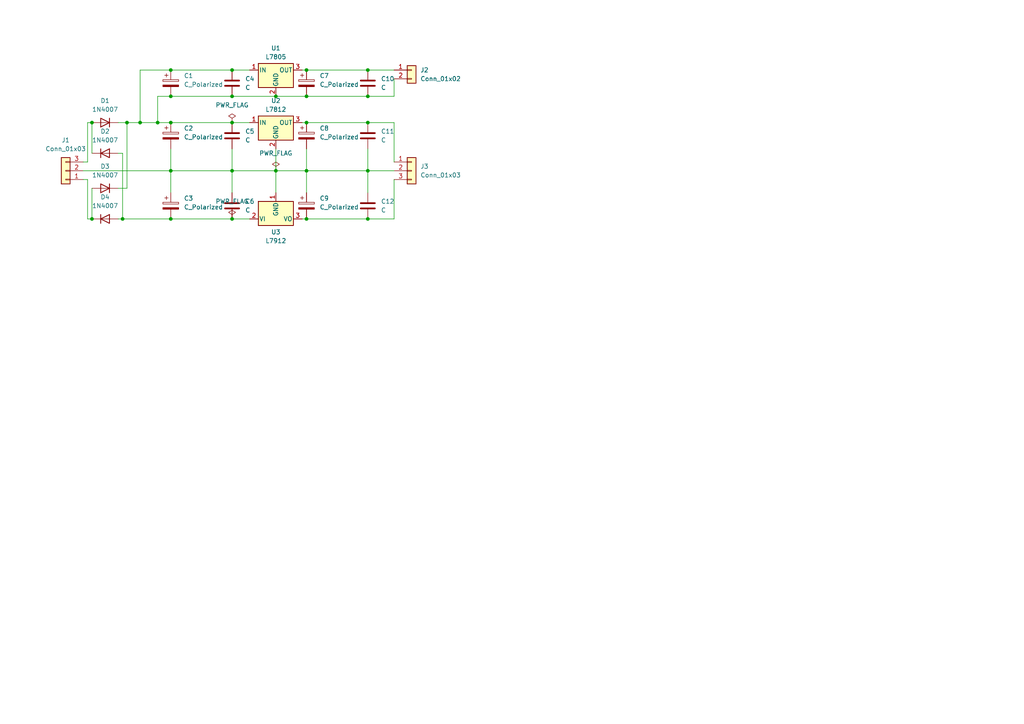
<source format=kicad_sch>
(kicad_sch
	(version 20250114)
	(generator "eeschema")
	(generator_version "9.0")
	(uuid "35efa1a4-bd84-40dc-9e86-7bbf08a2b02e")
	(paper "A4")
	(lib_symbols
		(symbol "Connector_Generic:Conn_01x02"
			(pin_names
				(offset 1.016)
				(hide yes)
			)
			(exclude_from_sim no)
			(in_bom yes)
			(on_board yes)
			(property "Reference" "J"
				(at 0 2.54 0)
				(effects
					(font
						(size 1.27 1.27)
					)
				)
			)
			(property "Value" "Conn_01x02"
				(at 0 -5.08 0)
				(effects
					(font
						(size 1.27 1.27)
					)
				)
			)
			(property "Footprint" ""
				(at 0 0 0)
				(effects
					(font
						(size 1.27 1.27)
					)
					(hide yes)
				)
			)
			(property "Datasheet" "~"
				(at 0 0 0)
				(effects
					(font
						(size 1.27 1.27)
					)
					(hide yes)
				)
			)
			(property "Description" "Generic connector, single row, 01x02, script generated (kicad-library-utils/schlib/autogen/connector/)"
				(at 0 0 0)
				(effects
					(font
						(size 1.27 1.27)
					)
					(hide yes)
				)
			)
			(property "ki_keywords" "connector"
				(at 0 0 0)
				(effects
					(font
						(size 1.27 1.27)
					)
					(hide yes)
				)
			)
			(property "ki_fp_filters" "Connector*:*_1x??_*"
				(at 0 0 0)
				(effects
					(font
						(size 1.27 1.27)
					)
					(hide yes)
				)
			)
			(symbol "Conn_01x02_1_1"
				(rectangle
					(start -1.27 1.27)
					(end 1.27 -3.81)
					(stroke
						(width 0.254)
						(type default)
					)
					(fill
						(type background)
					)
				)
				(rectangle
					(start -1.27 0.127)
					(end 0 -0.127)
					(stroke
						(width 0.1524)
						(type default)
					)
					(fill
						(type none)
					)
				)
				(rectangle
					(start -1.27 -2.413)
					(end 0 -2.667)
					(stroke
						(width 0.1524)
						(type default)
					)
					(fill
						(type none)
					)
				)
				(pin passive line
					(at -5.08 0 0)
					(length 3.81)
					(name "Pin_1"
						(effects
							(font
								(size 1.27 1.27)
							)
						)
					)
					(number "1"
						(effects
							(font
								(size 1.27 1.27)
							)
						)
					)
				)
				(pin passive line
					(at -5.08 -2.54 0)
					(length 3.81)
					(name "Pin_2"
						(effects
							(font
								(size 1.27 1.27)
							)
						)
					)
					(number "2"
						(effects
							(font
								(size 1.27 1.27)
							)
						)
					)
				)
			)
			(embedded_fonts no)
		)
		(symbol "Connector_Generic:Conn_01x03"
			(pin_names
				(offset 1.016)
				(hide yes)
			)
			(exclude_from_sim no)
			(in_bom yes)
			(on_board yes)
			(property "Reference" "J"
				(at 0 5.08 0)
				(effects
					(font
						(size 1.27 1.27)
					)
				)
			)
			(property "Value" "Conn_01x03"
				(at 0 -5.08 0)
				(effects
					(font
						(size 1.27 1.27)
					)
				)
			)
			(property "Footprint" ""
				(at 0 0 0)
				(effects
					(font
						(size 1.27 1.27)
					)
					(hide yes)
				)
			)
			(property "Datasheet" "~"
				(at 0 0 0)
				(effects
					(font
						(size 1.27 1.27)
					)
					(hide yes)
				)
			)
			(property "Description" "Generic connector, single row, 01x03, script generated (kicad-library-utils/schlib/autogen/connector/)"
				(at 0 0 0)
				(effects
					(font
						(size 1.27 1.27)
					)
					(hide yes)
				)
			)
			(property "ki_keywords" "connector"
				(at 0 0 0)
				(effects
					(font
						(size 1.27 1.27)
					)
					(hide yes)
				)
			)
			(property "ki_fp_filters" "Connector*:*_1x??_*"
				(at 0 0 0)
				(effects
					(font
						(size 1.27 1.27)
					)
					(hide yes)
				)
			)
			(symbol "Conn_01x03_1_1"
				(rectangle
					(start -1.27 3.81)
					(end 1.27 -3.81)
					(stroke
						(width 0.254)
						(type default)
					)
					(fill
						(type background)
					)
				)
				(rectangle
					(start -1.27 2.667)
					(end 0 2.413)
					(stroke
						(width 0.1524)
						(type default)
					)
					(fill
						(type none)
					)
				)
				(rectangle
					(start -1.27 0.127)
					(end 0 -0.127)
					(stroke
						(width 0.1524)
						(type default)
					)
					(fill
						(type none)
					)
				)
				(rectangle
					(start -1.27 -2.413)
					(end 0 -2.667)
					(stroke
						(width 0.1524)
						(type default)
					)
					(fill
						(type none)
					)
				)
				(pin passive line
					(at -5.08 2.54 0)
					(length 3.81)
					(name "Pin_1"
						(effects
							(font
								(size 1.27 1.27)
							)
						)
					)
					(number "1"
						(effects
							(font
								(size 1.27 1.27)
							)
						)
					)
				)
				(pin passive line
					(at -5.08 0 0)
					(length 3.81)
					(name "Pin_2"
						(effects
							(font
								(size 1.27 1.27)
							)
						)
					)
					(number "2"
						(effects
							(font
								(size 1.27 1.27)
							)
						)
					)
				)
				(pin passive line
					(at -5.08 -2.54 0)
					(length 3.81)
					(name "Pin_3"
						(effects
							(font
								(size 1.27 1.27)
							)
						)
					)
					(number "3"
						(effects
							(font
								(size 1.27 1.27)
							)
						)
					)
				)
			)
			(embedded_fonts no)
		)
		(symbol "Device:C"
			(pin_numbers
				(hide yes)
			)
			(pin_names
				(offset 0.254)
			)
			(exclude_from_sim no)
			(in_bom yes)
			(on_board yes)
			(property "Reference" "C"
				(at 0.635 2.54 0)
				(effects
					(font
						(size 1.27 1.27)
					)
					(justify left)
				)
			)
			(property "Value" "C"
				(at 0.635 -2.54 0)
				(effects
					(font
						(size 1.27 1.27)
					)
					(justify left)
				)
			)
			(property "Footprint" ""
				(at 0.9652 -3.81 0)
				(effects
					(font
						(size 1.27 1.27)
					)
					(hide yes)
				)
			)
			(property "Datasheet" "~"
				(at 0 0 0)
				(effects
					(font
						(size 1.27 1.27)
					)
					(hide yes)
				)
			)
			(property "Description" "Unpolarized capacitor"
				(at 0 0 0)
				(effects
					(font
						(size 1.27 1.27)
					)
					(hide yes)
				)
			)
			(property "ki_keywords" "cap capacitor"
				(at 0 0 0)
				(effects
					(font
						(size 1.27 1.27)
					)
					(hide yes)
				)
			)
			(property "ki_fp_filters" "C_*"
				(at 0 0 0)
				(effects
					(font
						(size 1.27 1.27)
					)
					(hide yes)
				)
			)
			(symbol "C_0_1"
				(polyline
					(pts
						(xy -2.032 0.762) (xy 2.032 0.762)
					)
					(stroke
						(width 0.508)
						(type default)
					)
					(fill
						(type none)
					)
				)
				(polyline
					(pts
						(xy -2.032 -0.762) (xy 2.032 -0.762)
					)
					(stroke
						(width 0.508)
						(type default)
					)
					(fill
						(type none)
					)
				)
			)
			(symbol "C_1_1"
				(pin passive line
					(at 0 3.81 270)
					(length 2.794)
					(name "~"
						(effects
							(font
								(size 1.27 1.27)
							)
						)
					)
					(number "1"
						(effects
							(font
								(size 1.27 1.27)
							)
						)
					)
				)
				(pin passive line
					(at 0 -3.81 90)
					(length 2.794)
					(name "~"
						(effects
							(font
								(size 1.27 1.27)
							)
						)
					)
					(number "2"
						(effects
							(font
								(size 1.27 1.27)
							)
						)
					)
				)
			)
			(embedded_fonts no)
		)
		(symbol "Device:C_Polarized"
			(pin_numbers
				(hide yes)
			)
			(pin_names
				(offset 0.254)
			)
			(exclude_from_sim no)
			(in_bom yes)
			(on_board yes)
			(property "Reference" "C"
				(at 0.635 2.54 0)
				(effects
					(font
						(size 1.27 1.27)
					)
					(justify left)
				)
			)
			(property "Value" "C_Polarized"
				(at 0.635 -2.54 0)
				(effects
					(font
						(size 1.27 1.27)
					)
					(justify left)
				)
			)
			(property "Footprint" ""
				(at 0.9652 -3.81 0)
				(effects
					(font
						(size 1.27 1.27)
					)
					(hide yes)
				)
			)
			(property "Datasheet" "~"
				(at 0 0 0)
				(effects
					(font
						(size 1.27 1.27)
					)
					(hide yes)
				)
			)
			(property "Description" "Polarized capacitor"
				(at 0 0 0)
				(effects
					(font
						(size 1.27 1.27)
					)
					(hide yes)
				)
			)
			(property "ki_keywords" "cap capacitor"
				(at 0 0 0)
				(effects
					(font
						(size 1.27 1.27)
					)
					(hide yes)
				)
			)
			(property "ki_fp_filters" "CP_*"
				(at 0 0 0)
				(effects
					(font
						(size 1.27 1.27)
					)
					(hide yes)
				)
			)
			(symbol "C_Polarized_0_1"
				(rectangle
					(start -2.286 0.508)
					(end 2.286 1.016)
					(stroke
						(width 0)
						(type default)
					)
					(fill
						(type none)
					)
				)
				(polyline
					(pts
						(xy -1.778 2.286) (xy -0.762 2.286)
					)
					(stroke
						(width 0)
						(type default)
					)
					(fill
						(type none)
					)
				)
				(polyline
					(pts
						(xy -1.27 2.794) (xy -1.27 1.778)
					)
					(stroke
						(width 0)
						(type default)
					)
					(fill
						(type none)
					)
				)
				(rectangle
					(start 2.286 -0.508)
					(end -2.286 -1.016)
					(stroke
						(width 0)
						(type default)
					)
					(fill
						(type outline)
					)
				)
			)
			(symbol "C_Polarized_1_1"
				(pin passive line
					(at 0 3.81 270)
					(length 2.794)
					(name "~"
						(effects
							(font
								(size 1.27 1.27)
							)
						)
					)
					(number "1"
						(effects
							(font
								(size 1.27 1.27)
							)
						)
					)
				)
				(pin passive line
					(at 0 -3.81 90)
					(length 2.794)
					(name "~"
						(effects
							(font
								(size 1.27 1.27)
							)
						)
					)
					(number "2"
						(effects
							(font
								(size 1.27 1.27)
							)
						)
					)
				)
			)
			(embedded_fonts no)
		)
		(symbol "Diode:1N4007"
			(pin_numbers
				(hide yes)
			)
			(pin_names
				(hide yes)
			)
			(exclude_from_sim no)
			(in_bom yes)
			(on_board yes)
			(property "Reference" "D"
				(at 0 2.54 0)
				(effects
					(font
						(size 1.27 1.27)
					)
				)
			)
			(property "Value" "1N4007"
				(at 0 -2.54 0)
				(effects
					(font
						(size 1.27 1.27)
					)
				)
			)
			(property "Footprint" "Diode_THT:D_DO-41_SOD81_P10.16mm_Horizontal"
				(at 0 -4.445 0)
				(effects
					(font
						(size 1.27 1.27)
					)
					(hide yes)
				)
			)
			(property "Datasheet" "http://www.vishay.com/docs/88503/1n4001.pdf"
				(at 0 0 0)
				(effects
					(font
						(size 1.27 1.27)
					)
					(hide yes)
				)
			)
			(property "Description" "1000V 1A General Purpose Rectifier Diode, DO-41"
				(at 0 0 0)
				(effects
					(font
						(size 1.27 1.27)
					)
					(hide yes)
				)
			)
			(property "Sim.Device" "D"
				(at 0 0 0)
				(effects
					(font
						(size 1.27 1.27)
					)
					(hide yes)
				)
			)
			(property "Sim.Pins" "1=K 2=A"
				(at 0 0 0)
				(effects
					(font
						(size 1.27 1.27)
					)
					(hide yes)
				)
			)
			(property "ki_keywords" "diode"
				(at 0 0 0)
				(effects
					(font
						(size 1.27 1.27)
					)
					(hide yes)
				)
			)
			(property "ki_fp_filters" "D*DO?41*"
				(at 0 0 0)
				(effects
					(font
						(size 1.27 1.27)
					)
					(hide yes)
				)
			)
			(symbol "1N4007_0_1"
				(polyline
					(pts
						(xy -1.27 1.27) (xy -1.27 -1.27)
					)
					(stroke
						(width 0.254)
						(type default)
					)
					(fill
						(type none)
					)
				)
				(polyline
					(pts
						(xy 1.27 1.27) (xy 1.27 -1.27) (xy -1.27 0) (xy 1.27 1.27)
					)
					(stroke
						(width 0.254)
						(type default)
					)
					(fill
						(type none)
					)
				)
				(polyline
					(pts
						(xy 1.27 0) (xy -1.27 0)
					)
					(stroke
						(width 0)
						(type default)
					)
					(fill
						(type none)
					)
				)
			)
			(symbol "1N4007_1_1"
				(pin passive line
					(at -3.81 0 0)
					(length 2.54)
					(name "K"
						(effects
							(font
								(size 1.27 1.27)
							)
						)
					)
					(number "1"
						(effects
							(font
								(size 1.27 1.27)
							)
						)
					)
				)
				(pin passive line
					(at 3.81 0 180)
					(length 2.54)
					(name "A"
						(effects
							(font
								(size 1.27 1.27)
							)
						)
					)
					(number "2"
						(effects
							(font
								(size 1.27 1.27)
							)
						)
					)
				)
			)
			(embedded_fonts no)
		)
		(symbol "Regulator_Linear:L7805"
			(pin_names
				(offset 0.254)
			)
			(exclude_from_sim no)
			(in_bom yes)
			(on_board yes)
			(property "Reference" "U"
				(at -3.81 3.175 0)
				(effects
					(font
						(size 1.27 1.27)
					)
				)
			)
			(property "Value" "L7805"
				(at 0 3.175 0)
				(effects
					(font
						(size 1.27 1.27)
					)
					(justify left)
				)
			)
			(property "Footprint" ""
				(at 0.635 -3.81 0)
				(effects
					(font
						(size 1.27 1.27)
						(italic yes)
					)
					(justify left)
					(hide yes)
				)
			)
			(property "Datasheet" "http://www.st.com/content/ccc/resource/technical/document/datasheet/41/4f/b3/b0/12/d4/47/88/CD00000444.pdf/files/CD00000444.pdf/jcr:content/translations/en.CD00000444.pdf"
				(at 0 -1.27 0)
				(effects
					(font
						(size 1.27 1.27)
					)
					(hide yes)
				)
			)
			(property "Description" "Positive 1.5A 35V Linear Regulator, Fixed Output 5V, TO-220/TO-263/TO-252"
				(at 0 0 0)
				(effects
					(font
						(size 1.27 1.27)
					)
					(hide yes)
				)
			)
			(property "ki_keywords" "Voltage Regulator 1.5A Positive"
				(at 0 0 0)
				(effects
					(font
						(size 1.27 1.27)
					)
					(hide yes)
				)
			)
			(property "ki_fp_filters" "TO?252* TO?263* TO?220*"
				(at 0 0 0)
				(effects
					(font
						(size 1.27 1.27)
					)
					(hide yes)
				)
			)
			(symbol "L7805_0_1"
				(rectangle
					(start -5.08 1.905)
					(end 5.08 -5.08)
					(stroke
						(width 0.254)
						(type default)
					)
					(fill
						(type background)
					)
				)
			)
			(symbol "L7805_1_1"
				(pin power_in line
					(at -7.62 0 0)
					(length 2.54)
					(name "IN"
						(effects
							(font
								(size 1.27 1.27)
							)
						)
					)
					(number "1"
						(effects
							(font
								(size 1.27 1.27)
							)
						)
					)
				)
				(pin power_in line
					(at 0 -7.62 90)
					(length 2.54)
					(name "GND"
						(effects
							(font
								(size 1.27 1.27)
							)
						)
					)
					(number "2"
						(effects
							(font
								(size 1.27 1.27)
							)
						)
					)
				)
				(pin power_out line
					(at 7.62 0 180)
					(length 2.54)
					(name "OUT"
						(effects
							(font
								(size 1.27 1.27)
							)
						)
					)
					(number "3"
						(effects
							(font
								(size 1.27 1.27)
							)
						)
					)
				)
			)
			(embedded_fonts no)
		)
		(symbol "Regulator_Linear:L7812"
			(pin_names
				(offset 0.254)
			)
			(exclude_from_sim no)
			(in_bom yes)
			(on_board yes)
			(property "Reference" "U"
				(at -3.81 3.175 0)
				(effects
					(font
						(size 1.27 1.27)
					)
				)
			)
			(property "Value" "L7812"
				(at 0 3.175 0)
				(effects
					(font
						(size 1.27 1.27)
					)
					(justify left)
				)
			)
			(property "Footprint" ""
				(at 0.635 -3.81 0)
				(effects
					(font
						(size 1.27 1.27)
						(italic yes)
					)
					(justify left)
					(hide yes)
				)
			)
			(property "Datasheet" "http://www.st.com/content/ccc/resource/technical/document/datasheet/41/4f/b3/b0/12/d4/47/88/CD00000444.pdf/files/CD00000444.pdf/jcr:content/translations/en.CD00000444.pdf"
				(at 0 -1.27 0)
				(effects
					(font
						(size 1.27 1.27)
					)
					(hide yes)
				)
			)
			(property "Description" "Positive 1.5A 35V Linear Regulator, Fixed Output 12V, TO-220/TO-263/TO-252"
				(at 0 0 0)
				(effects
					(font
						(size 1.27 1.27)
					)
					(hide yes)
				)
			)
			(property "ki_keywords" "Voltage Regulator 1.5A Positive"
				(at 0 0 0)
				(effects
					(font
						(size 1.27 1.27)
					)
					(hide yes)
				)
			)
			(property "ki_fp_filters" "TO?252* TO?263* TO?220*"
				(at 0 0 0)
				(effects
					(font
						(size 1.27 1.27)
					)
					(hide yes)
				)
			)
			(symbol "L7812_0_1"
				(rectangle
					(start -5.08 1.905)
					(end 5.08 -5.08)
					(stroke
						(width 0.254)
						(type default)
					)
					(fill
						(type background)
					)
				)
			)
			(symbol "L7812_1_1"
				(pin power_in line
					(at -7.62 0 0)
					(length 2.54)
					(name "IN"
						(effects
							(font
								(size 1.27 1.27)
							)
						)
					)
					(number "1"
						(effects
							(font
								(size 1.27 1.27)
							)
						)
					)
				)
				(pin power_in line
					(at 0 -7.62 90)
					(length 2.54)
					(name "GND"
						(effects
							(font
								(size 1.27 1.27)
							)
						)
					)
					(number "2"
						(effects
							(font
								(size 1.27 1.27)
							)
						)
					)
				)
				(pin power_out line
					(at 7.62 0 180)
					(length 2.54)
					(name "OUT"
						(effects
							(font
								(size 1.27 1.27)
							)
						)
					)
					(number "3"
						(effects
							(font
								(size 1.27 1.27)
							)
						)
					)
				)
			)
			(embedded_fonts no)
		)
		(symbol "Regulator_Linear:L7912"
			(pin_names
				(offset 0.254)
			)
			(exclude_from_sim no)
			(in_bom yes)
			(on_board yes)
			(property "Reference" "U"
				(at -3.81 -3.175 0)
				(effects
					(font
						(size 1.27 1.27)
					)
				)
			)
			(property "Value" "L7912"
				(at 0 -3.175 0)
				(effects
					(font
						(size 1.27 1.27)
					)
					(justify left)
				)
			)
			(property "Footprint" ""
				(at 0 -5.08 0)
				(effects
					(font
						(size 1.27 1.27)
						(italic yes)
					)
					(hide yes)
				)
			)
			(property "Datasheet" "http://www.st.com/content/ccc/resource/technical/document/datasheet/c9/16/86/41/c7/2b/45/f2/CD00000450.pdf/files/CD00000450.pdf/jcr:content/translations/en.CD00000450.pdf"
				(at 0 0 0)
				(effects
					(font
						(size 1.27 1.27)
					)
					(hide yes)
				)
			)
			(property "Description" "Negative 1.5A 35V Linear Regulator, Fixed Output -12V, TO-220/TO-263"
				(at 0 0 0)
				(effects
					(font
						(size 1.27 1.27)
					)
					(hide yes)
				)
			)
			(property "ki_keywords" "Voltage Regulator 1.5A Negative"
				(at 0 0 0)
				(effects
					(font
						(size 1.27 1.27)
					)
					(hide yes)
				)
			)
			(property "ki_fp_filters" "TO?220* TO?263*"
				(at 0 0 0)
				(effects
					(font
						(size 1.27 1.27)
					)
					(hide yes)
				)
			)
			(symbol "L7912_0_1"
				(rectangle
					(start -5.08 5.08)
					(end 5.08 -1.905)
					(stroke
						(width 0.254)
						(type default)
					)
					(fill
						(type background)
					)
				)
			)
			(symbol "L7912_1_1"
				(pin power_in line
					(at -7.62 0 0)
					(length 2.54)
					(name "VI"
						(effects
							(font
								(size 1.27 1.27)
							)
						)
					)
					(number "2"
						(effects
							(font
								(size 1.27 1.27)
							)
						)
					)
				)
				(pin power_in line
					(at 0 7.62 270)
					(length 2.54)
					(name "GND"
						(effects
							(font
								(size 1.27 1.27)
							)
						)
					)
					(number "1"
						(effects
							(font
								(size 1.27 1.27)
							)
						)
					)
				)
				(pin power_out line
					(at 7.62 0 180)
					(length 2.54)
					(name "VO"
						(effects
							(font
								(size 1.27 1.27)
							)
						)
					)
					(number "3"
						(effects
							(font
								(size 1.27 1.27)
							)
						)
					)
				)
			)
			(embedded_fonts no)
		)
		(symbol "power:PWR_FLAG"
			(power)
			(pin_numbers
				(hide yes)
			)
			(pin_names
				(offset 0)
				(hide yes)
			)
			(exclude_from_sim no)
			(in_bom yes)
			(on_board yes)
			(property "Reference" "#FLG"
				(at 0 1.905 0)
				(effects
					(font
						(size 1.27 1.27)
					)
					(hide yes)
				)
			)
			(property "Value" "PWR_FLAG"
				(at 0 3.81 0)
				(effects
					(font
						(size 1.27 1.27)
					)
				)
			)
			(property "Footprint" ""
				(at 0 0 0)
				(effects
					(font
						(size 1.27 1.27)
					)
					(hide yes)
				)
			)
			(property "Datasheet" "~"
				(at 0 0 0)
				(effects
					(font
						(size 1.27 1.27)
					)
					(hide yes)
				)
			)
			(property "Description" "Special symbol for telling ERC where power comes from"
				(at 0 0 0)
				(effects
					(font
						(size 1.27 1.27)
					)
					(hide yes)
				)
			)
			(property "ki_keywords" "flag power"
				(at 0 0 0)
				(effects
					(font
						(size 1.27 1.27)
					)
					(hide yes)
				)
			)
			(symbol "PWR_FLAG_0_0"
				(pin power_out line
					(at 0 0 90)
					(length 0)
					(name "~"
						(effects
							(font
								(size 1.27 1.27)
							)
						)
					)
					(number "1"
						(effects
							(font
								(size 1.27 1.27)
							)
						)
					)
				)
			)
			(symbol "PWR_FLAG_0_1"
				(polyline
					(pts
						(xy 0 0) (xy 0 1.27) (xy -1.016 1.905) (xy 0 2.54) (xy 1.016 1.905) (xy 0 1.27)
					)
					(stroke
						(width 0)
						(type default)
					)
					(fill
						(type none)
					)
				)
			)
			(embedded_fonts no)
		)
	)
	(junction
		(at 88.9 27.94)
		(diameter 0)
		(color 0 0 0 0)
		(uuid "0832bb04-cc20-44f7-a7b6-e662b7bfb476")
	)
	(junction
		(at 40.64 35.56)
		(diameter 0)
		(color 0 0 0 0)
		(uuid "09b1ce53-781f-4a66-b6aa-74f1cc913120")
	)
	(junction
		(at 106.68 27.94)
		(diameter 0)
		(color 0 0 0 0)
		(uuid "0cc8a42f-db62-436f-90ea-b283467fef22")
	)
	(junction
		(at 106.68 49.53)
		(diameter 0)
		(color 0 0 0 0)
		(uuid "1230a5aa-2fc9-4a7d-93d8-17e034282bec")
	)
	(junction
		(at 49.53 63.5)
		(diameter 0)
		(color 0 0 0 0)
		(uuid "21011581-5543-4598-b8b1-b8b419c34007")
	)
	(junction
		(at 35.56 63.5)
		(diameter 0)
		(color 0 0 0 0)
		(uuid "244b6c28-b9ab-453c-be5c-58e34ed1a987")
	)
	(junction
		(at 67.31 49.53)
		(diameter 0)
		(color 0 0 0 0)
		(uuid "26e29bc4-6aa9-43c6-9544-cc3941fcd2c0")
	)
	(junction
		(at 49.53 27.94)
		(diameter 0)
		(color 0 0 0 0)
		(uuid "290108e0-b379-45b5-a1c9-67ea11d568d1")
	)
	(junction
		(at 67.31 63.5)
		(diameter 0)
		(color 0 0 0 0)
		(uuid "314212ab-0873-4da9-a0cd-f7086f1975e6")
	)
	(junction
		(at 88.9 49.53)
		(diameter 0)
		(color 0 0 0 0)
		(uuid "3ec1fc62-aef8-4c62-982c-17609079c659")
	)
	(junction
		(at 36.83 35.56)
		(diameter 0)
		(color 0 0 0 0)
		(uuid "4e0acd6b-f009-41be-a351-a2b4b98b283a")
	)
	(junction
		(at 49.53 49.53)
		(diameter 0)
		(color 0 0 0 0)
		(uuid "4f1ce6be-8f05-4158-80b3-c53efc5a6cb6")
	)
	(junction
		(at 49.53 35.56)
		(diameter 0)
		(color 0 0 0 0)
		(uuid "522d2e46-aee7-46d5-ad84-9bba621abbb4")
	)
	(junction
		(at 80.01 49.53)
		(diameter 0)
		(color 0 0 0 0)
		(uuid "67180129-ce99-4fd9-88c5-3f82a3d38187")
	)
	(junction
		(at 106.68 63.5)
		(diameter 0)
		(color 0 0 0 0)
		(uuid "69855068-66f4-49b4-9fb7-53787a139b86")
	)
	(junction
		(at 26.67 35.56)
		(diameter 0)
		(color 0 0 0 0)
		(uuid "8aad60c7-48d7-4235-8c2a-007815e69ed7")
	)
	(junction
		(at 80.01 27.94)
		(diameter 0)
		(color 0 0 0 0)
		(uuid "8fd7910a-1d92-4d60-b875-d63acdbf760b")
	)
	(junction
		(at 49.53 20.32)
		(diameter 0)
		(color 0 0 0 0)
		(uuid "937eecb9-2f85-4ece-a4af-1bf524d555f6")
	)
	(junction
		(at 45.72 35.56)
		(diameter 0)
		(color 0 0 0 0)
		(uuid "93bff738-c473-44f1-93c6-eb7aad19f3a9")
	)
	(junction
		(at 67.31 35.56)
		(diameter 0)
		(color 0 0 0 0)
		(uuid "a48ca115-7a1a-4290-89ee-4e2b93678251")
	)
	(junction
		(at 88.9 35.56)
		(diameter 0)
		(color 0 0 0 0)
		(uuid "affe0c00-d901-4823-bca2-9c440b38fd11")
	)
	(junction
		(at 67.31 27.94)
		(diameter 0)
		(color 0 0 0 0)
		(uuid "b8f1e818-bf8c-452b-9459-8fd040e97760")
	)
	(junction
		(at 106.68 35.56)
		(diameter 0)
		(color 0 0 0 0)
		(uuid "c6a9a086-5a01-4ac4-ace0-d3dc5788b89a")
	)
	(junction
		(at 26.67 63.5)
		(diameter 0)
		(color 0 0 0 0)
		(uuid "d64aaa1a-7941-4fac-8071-d984518fca9c")
	)
	(junction
		(at 88.9 20.32)
		(diameter 0)
		(color 0 0 0 0)
		(uuid "daa895bd-0570-41bc-84ca-8c4e243bcdb5")
	)
	(junction
		(at 88.9 63.5)
		(diameter 0)
		(color 0 0 0 0)
		(uuid "e3d8a967-6911-4109-8ee2-e844954dd331")
	)
	(junction
		(at 106.68 20.32)
		(diameter 0)
		(color 0 0 0 0)
		(uuid "e3e3bc23-52ac-4072-96d0-7783d91c6b83")
	)
	(junction
		(at 67.31 20.32)
		(diameter 0)
		(color 0 0 0 0)
		(uuid "fee07ac2-df66-4701-8439-3599cc4c48ac")
	)
	(wire
		(pts
			(xy 34.29 35.56) (xy 36.83 35.56)
		)
		(stroke
			(width 0)
			(type default)
		)
		(uuid "04c4db34-258a-4f24-a602-84fc5302d6c3")
	)
	(wire
		(pts
			(xy 49.53 27.94) (xy 67.31 27.94)
		)
		(stroke
			(width 0)
			(type default)
		)
		(uuid "066976c5-3f4f-47de-9798-e60d93c76f0c")
	)
	(wire
		(pts
			(xy 34.29 54.61) (xy 36.83 54.61)
		)
		(stroke
			(width 0)
			(type default)
		)
		(uuid "11fff017-96b3-4c46-8f3d-e2fea91f1188")
	)
	(wire
		(pts
			(xy 49.53 63.5) (xy 67.31 63.5)
		)
		(stroke
			(width 0)
			(type default)
		)
		(uuid "135111d6-5c12-46f6-96b5-9aaf7c1e723d")
	)
	(wire
		(pts
			(xy 34.29 44.45) (xy 35.56 44.45)
		)
		(stroke
			(width 0)
			(type default)
		)
		(uuid "14212d3c-e3cc-421e-a81b-93d3e95f12a8")
	)
	(wire
		(pts
			(xy 106.68 49.53) (xy 88.9 49.53)
		)
		(stroke
			(width 0)
			(type default)
		)
		(uuid "165d597b-9faa-4e49-aa63-a3bd67d9657f")
	)
	(wire
		(pts
			(xy 87.63 63.5) (xy 88.9 63.5)
		)
		(stroke
			(width 0)
			(type default)
		)
		(uuid "19b9523b-f358-4795-a112-b59b88a7bcec")
	)
	(wire
		(pts
			(xy 80.01 49.53) (xy 67.31 49.53)
		)
		(stroke
			(width 0)
			(type default)
		)
		(uuid "1d4dde8a-5120-40d2-a860-908b306cb434")
	)
	(wire
		(pts
			(xy 49.53 43.18) (xy 49.53 49.53)
		)
		(stroke
			(width 0)
			(type default)
		)
		(uuid "1e02d8bf-d6f3-4184-a89a-5f91614de363")
	)
	(wire
		(pts
			(xy 40.64 20.32) (xy 49.53 20.32)
		)
		(stroke
			(width 0)
			(type default)
		)
		(uuid "2c0c6aed-3a00-42d2-bc7a-ecf94559771d")
	)
	(wire
		(pts
			(xy 88.9 20.32) (xy 106.68 20.32)
		)
		(stroke
			(width 0)
			(type default)
		)
		(uuid "3217fc66-29bf-463c-8102-c584a0a81bd9")
	)
	(wire
		(pts
			(xy 26.67 54.61) (xy 26.67 63.5)
		)
		(stroke
			(width 0)
			(type default)
		)
		(uuid "35a635e9-c600-484b-ac7e-227d4e4270de")
	)
	(wire
		(pts
			(xy 106.68 49.53) (xy 106.68 55.88)
		)
		(stroke
			(width 0)
			(type default)
		)
		(uuid "3720d0fb-3d4a-49a2-aefd-0e66601a5347")
	)
	(wire
		(pts
			(xy 67.31 27.94) (xy 80.01 27.94)
		)
		(stroke
			(width 0)
			(type default)
		)
		(uuid "3891c0d6-9e07-4e88-ba01-e5a39d6209ac")
	)
	(wire
		(pts
			(xy 67.31 49.53) (xy 49.53 49.53)
		)
		(stroke
			(width 0)
			(type default)
		)
		(uuid "3abb4cce-4a25-4a6d-94b5-9f21c38e77b3")
	)
	(wire
		(pts
			(xy 114.3 63.5) (xy 106.68 63.5)
		)
		(stroke
			(width 0)
			(type default)
		)
		(uuid "46c10cd5-626b-47da-a3e8-fd61b4455f7a")
	)
	(wire
		(pts
			(xy 45.72 27.94) (xy 49.53 27.94)
		)
		(stroke
			(width 0)
			(type default)
		)
		(uuid "4996e56f-753e-4561-b5b1-bcbad9b54e49")
	)
	(wire
		(pts
			(xy 87.63 20.32) (xy 88.9 20.32)
		)
		(stroke
			(width 0)
			(type default)
		)
		(uuid "4aa58799-68bf-412f-9518-088bf551b439")
	)
	(wire
		(pts
			(xy 25.4 52.07) (xy 25.4 63.5)
		)
		(stroke
			(width 0)
			(type default)
		)
		(uuid "4db90479-2cdb-4b60-880c-6cf806aebed6")
	)
	(wire
		(pts
			(xy 49.53 49.53) (xy 49.53 55.88)
		)
		(stroke
			(width 0)
			(type default)
		)
		(uuid "4dfa5e3c-ff16-494e-a52a-f30db5ba735c")
	)
	(wire
		(pts
			(xy 67.31 20.32) (xy 72.39 20.32)
		)
		(stroke
			(width 0)
			(type default)
		)
		(uuid "52784a48-9966-4587-93cc-fd280d602440")
	)
	(wire
		(pts
			(xy 40.64 35.56) (xy 45.72 35.56)
		)
		(stroke
			(width 0)
			(type default)
		)
		(uuid "56828eec-9a37-47b4-a9ee-ba86d1e88211")
	)
	(wire
		(pts
			(xy 114.3 22.86) (xy 114.3 27.94)
		)
		(stroke
			(width 0)
			(type default)
		)
		(uuid "658d57fa-ce86-4ea3-a48c-ffc121997a74")
	)
	(wire
		(pts
			(xy 88.9 27.94) (xy 106.68 27.94)
		)
		(stroke
			(width 0)
			(type default)
		)
		(uuid "6aea46e0-11f8-4828-b43d-faca9da1cb2a")
	)
	(wire
		(pts
			(xy 87.63 35.56) (xy 88.9 35.56)
		)
		(stroke
			(width 0)
			(type default)
		)
		(uuid "6ea65b6b-c888-42b6-8fff-f84497c5d79d")
	)
	(wire
		(pts
			(xy 25.4 46.99) (xy 24.13 46.99)
		)
		(stroke
			(width 0)
			(type default)
		)
		(uuid "71cb53cd-7489-4bc5-889f-cf4ee237f298")
	)
	(wire
		(pts
			(xy 88.9 43.18) (xy 88.9 49.53)
		)
		(stroke
			(width 0)
			(type default)
		)
		(uuid "73015dbe-c00b-4388-a8ad-fc16bc90ec4d")
	)
	(wire
		(pts
			(xy 25.4 46.99) (xy 25.4 35.56)
		)
		(stroke
			(width 0)
			(type default)
		)
		(uuid "7640eea0-353a-455b-96d9-4005c3626c42")
	)
	(wire
		(pts
			(xy 36.83 35.56) (xy 40.64 35.56)
		)
		(stroke
			(width 0)
			(type default)
		)
		(uuid "78d0211a-83f0-47d1-81eb-00e2bc6e51a3")
	)
	(wire
		(pts
			(xy 67.31 63.5) (xy 72.39 63.5)
		)
		(stroke
			(width 0)
			(type default)
		)
		(uuid "7f372d4d-f736-471f-a90a-821009f16bf3")
	)
	(wire
		(pts
			(xy 40.64 35.56) (xy 40.64 20.32)
		)
		(stroke
			(width 0)
			(type default)
		)
		(uuid "85b0c0ba-54ca-4b86-a63e-306aead35700")
	)
	(wire
		(pts
			(xy 67.31 43.18) (xy 67.31 49.53)
		)
		(stroke
			(width 0)
			(type default)
		)
		(uuid "860e52ed-39b0-430f-8a3b-56cd47b7a1b3")
	)
	(wire
		(pts
			(xy 67.31 35.56) (xy 72.39 35.56)
		)
		(stroke
			(width 0)
			(type default)
		)
		(uuid "867a6b04-ba34-471e-b3df-29efebc9c2a5")
	)
	(wire
		(pts
			(xy 88.9 35.56) (xy 106.68 35.56)
		)
		(stroke
			(width 0)
			(type default)
		)
		(uuid "96174b65-3126-4d73-8c83-554efeb7ccfe")
	)
	(wire
		(pts
			(xy 88.9 49.53) (xy 80.01 49.53)
		)
		(stroke
			(width 0)
			(type default)
		)
		(uuid "9dda9062-29d2-48e7-bef1-18360056f0c3")
	)
	(wire
		(pts
			(xy 106.68 27.94) (xy 114.3 27.94)
		)
		(stroke
			(width 0)
			(type default)
		)
		(uuid "a03310c6-8172-48c6-bf9e-c77a2554d388")
	)
	(wire
		(pts
			(xy 35.56 63.5) (xy 49.53 63.5)
		)
		(stroke
			(width 0)
			(type default)
		)
		(uuid "a25399b1-3ea1-44dc-8599-be94396466f4")
	)
	(wire
		(pts
			(xy 80.01 27.94) (xy 88.9 27.94)
		)
		(stroke
			(width 0)
			(type default)
		)
		(uuid "a2f68cc2-8b1d-4d8b-8c76-4677335a791a")
	)
	(wire
		(pts
			(xy 114.3 52.07) (xy 114.3 63.5)
		)
		(stroke
			(width 0)
			(type default)
		)
		(uuid "a3eb80dc-e5fb-44dd-8cc3-9fbd865f93f9")
	)
	(wire
		(pts
			(xy 88.9 63.5) (xy 106.68 63.5)
		)
		(stroke
			(width 0)
			(type default)
		)
		(uuid "a7eeaa77-f42f-4374-9774-ea6cc6a0e0b7")
	)
	(wire
		(pts
			(xy 36.83 54.61) (xy 36.83 35.56)
		)
		(stroke
			(width 0)
			(type default)
		)
		(uuid "ab60f110-2a1d-45d3-80ed-91a7f8dc148a")
	)
	(wire
		(pts
			(xy 25.4 63.5) (xy 26.67 63.5)
		)
		(stroke
			(width 0)
			(type default)
		)
		(uuid "af8c7e64-5e23-4988-890b-ff07a8d6b4ae")
	)
	(wire
		(pts
			(xy 45.72 35.56) (xy 45.72 27.94)
		)
		(stroke
			(width 0)
			(type default)
		)
		(uuid "b3812738-1a62-4d38-bef5-d9db1e02c554")
	)
	(wire
		(pts
			(xy 25.4 35.56) (xy 26.67 35.56)
		)
		(stroke
			(width 0)
			(type default)
		)
		(uuid "b3f840f5-4fdc-4038-875b-af4d64ea6163")
	)
	(wire
		(pts
			(xy 24.13 49.53) (xy 49.53 49.53)
		)
		(stroke
			(width 0)
			(type default)
		)
		(uuid "b6c3baaa-a2dd-40fc-975f-6ed26cf25e8b")
	)
	(wire
		(pts
			(xy 34.29 63.5) (xy 35.56 63.5)
		)
		(stroke
			(width 0)
			(type default)
		)
		(uuid "bf28b5e7-a3a0-4989-9e58-bc4787273b5c")
	)
	(wire
		(pts
			(xy 114.3 35.56) (xy 106.68 35.56)
		)
		(stroke
			(width 0)
			(type default)
		)
		(uuid "c16889b2-a9f7-425f-92f2-7354e803d1ac")
	)
	(wire
		(pts
			(xy 49.53 35.56) (xy 67.31 35.56)
		)
		(stroke
			(width 0)
			(type default)
		)
		(uuid "c7b38545-b7bd-4bb4-93c9-2efa8ccfd8c4")
	)
	(wire
		(pts
			(xy 80.01 49.53) (xy 80.01 55.88)
		)
		(stroke
			(width 0)
			(type default)
		)
		(uuid "c826636b-7503-4fc9-92d1-ed63b434b7d7")
	)
	(wire
		(pts
			(xy 67.31 49.53) (xy 67.31 55.88)
		)
		(stroke
			(width 0)
			(type default)
		)
		(uuid "c9d6416a-909f-4a4f-ba56-8fd433182c92")
	)
	(wire
		(pts
			(xy 26.67 35.56) (xy 26.67 44.45)
		)
		(stroke
			(width 0)
			(type default)
		)
		(uuid "d113da18-3683-4e72-95d6-fc31853460c1")
	)
	(wire
		(pts
			(xy 25.4 52.07) (xy 24.13 52.07)
		)
		(stroke
			(width 0)
			(type default)
		)
		(uuid "d1c8ed4a-b56b-4e4d-9b36-d454484c16a5")
	)
	(wire
		(pts
			(xy 106.68 49.53) (xy 114.3 49.53)
		)
		(stroke
			(width 0)
			(type default)
		)
		(uuid "da95125e-c18e-4ace-953e-453acc944ac6")
	)
	(wire
		(pts
			(xy 45.72 35.56) (xy 49.53 35.56)
		)
		(stroke
			(width 0)
			(type default)
		)
		(uuid "db22ab47-5327-4ba5-8b61-ce19435a334b")
	)
	(wire
		(pts
			(xy 35.56 44.45) (xy 35.56 63.5)
		)
		(stroke
			(width 0)
			(type default)
		)
		(uuid "dd2d70b1-930e-401f-b68a-c84e3521a3af")
	)
	(wire
		(pts
			(xy 106.68 43.18) (xy 106.68 49.53)
		)
		(stroke
			(width 0)
			(type default)
		)
		(uuid "e52be108-f5a4-4509-b466-b0ac2bd36c3d")
	)
	(wire
		(pts
			(xy 80.01 43.18) (xy 80.01 49.53)
		)
		(stroke
			(width 0)
			(type default)
		)
		(uuid "edf4e08a-cbce-4b5c-8953-ed0d89165daf")
	)
	(wire
		(pts
			(xy 49.53 20.32) (xy 67.31 20.32)
		)
		(stroke
			(width 0)
			(type default)
		)
		(uuid "f23c973f-f29c-4dfd-8f17-9e654e943fd6")
	)
	(wire
		(pts
			(xy 106.68 20.32) (xy 114.3 20.32)
		)
		(stroke
			(width 0)
			(type default)
		)
		(uuid "fa248c8b-93b1-45e7-a0ef-6aedd8d727eb")
	)
	(wire
		(pts
			(xy 114.3 46.99) (xy 114.3 35.56)
		)
		(stroke
			(width 0)
			(type default)
		)
		(uuid "fe0b492c-1b77-402c-9afc-314b484e07c9")
	)
	(wire
		(pts
			(xy 88.9 49.53) (xy 88.9 55.88)
		)
		(stroke
			(width 0)
			(type default)
		)
		(uuid "fff7fba4-1b76-4b38-b37e-cd8404c9ccfe")
	)
	(symbol
		(lib_id "Connector_Generic:Conn_01x03")
		(at 19.05 49.53 180)
		(unit 1)
		(exclude_from_sim no)
		(in_bom yes)
		(on_board yes)
		(dnp no)
		(fields_autoplaced yes)
		(uuid "02a97736-1013-425e-8efe-b7fbc5322fad")
		(property "Reference" "J1"
			(at 19.05 40.64 0)
			(effects
				(font
					(size 1.27 1.27)
				)
			)
		)
		(property "Value" "Conn_01x03"
			(at 19.05 43.18 0)
			(effects
				(font
					(size 1.27 1.27)
				)
			)
		)
		(property "Footprint" "Connector_JST:JST_PH_S3B-PH-SM4-TB_1x03-1MP_P2.00mm_Horizontal"
			(at 19.05 49.53 0)
			(effects
				(font
					(size 1.27 1.27)
				)
				(hide yes)
			)
		)
		(property "Datasheet" "~"
			(at 19.05 49.53 0)
			(effects
				(font
					(size 1.27 1.27)
				)
				(hide yes)
			)
		)
		(property "Description" "Generic connector, single row, 01x03, script generated (kicad-library-utils/schlib/autogen/connector/)"
			(at 19.05 49.53 0)
			(effects
				(font
					(size 1.27 1.27)
				)
				(hide yes)
			)
		)
		(pin "2"
			(uuid "8383aafc-1908-4e3a-9345-1fa4042c9aa8")
		)
		(pin "3"
			(uuid "2497387a-f0f9-45ca-bb7f-f5ac1898564d")
		)
		(pin "1"
			(uuid "29fa620b-c11d-4469-9468-643251525d21")
		)
		(instances
			(project ""
				(path "/35efa1a4-bd84-40dc-9e86-7bbf08a2b02e"
					(reference "J1")
					(unit 1)
				)
			)
		)
	)
	(symbol
		(lib_id "Device:C")
		(at 67.31 39.37 0)
		(unit 1)
		(exclude_from_sim no)
		(in_bom yes)
		(on_board yes)
		(dnp no)
		(fields_autoplaced yes)
		(uuid "0615314c-9532-4c02-affc-639f1fbff9ba")
		(property "Reference" "C5"
			(at 71.12 38.0999 0)
			(effects
				(font
					(size 1.27 1.27)
				)
				(justify left)
			)
		)
		(property "Value" "C"
			(at 71.12 40.6399 0)
			(effects
				(font
					(size 1.27 1.27)
				)
				(justify left)
			)
		)
		(property "Footprint" "Capacitor_SMD:C_0805_2012Metric"
			(at 68.2752 43.18 0)
			(effects
				(font
					(size 1.27 1.27)
				)
				(hide yes)
			)
		)
		(property "Datasheet" "~"
			(at 67.31 39.37 0)
			(effects
				(font
					(size 1.27 1.27)
				)
				(hide yes)
			)
		)
		(property "Description" "Unpolarized capacitor"
			(at 67.31 39.37 0)
			(effects
				(font
					(size 1.27 1.27)
				)
				(hide yes)
			)
		)
		(pin "2"
			(uuid "f46c4fd7-3161-4fda-9894-7a11abc8540d")
		)
		(pin "1"
			(uuid "64266666-26dd-423a-a5c8-d9a4fed465eb")
		)
		(instances
			(project ""
				(path "/35efa1a4-bd84-40dc-9e86-7bbf08a2b02e"
					(reference "C5")
					(unit 1)
				)
			)
		)
	)
	(symbol
		(lib_id "Diode:1N4007")
		(at 30.48 35.56 180)
		(unit 1)
		(exclude_from_sim no)
		(in_bom yes)
		(on_board yes)
		(dnp no)
		(fields_autoplaced yes)
		(uuid "205c3ba5-3501-430a-8925-ca9a6d85061e")
		(property "Reference" "D1"
			(at 30.48 29.21 0)
			(effects
				(font
					(size 1.27 1.27)
				)
			)
		)
		(property "Value" "1N4007"
			(at 30.48 31.75 0)
			(effects
				(font
					(size 1.27 1.27)
				)
			)
		)
		(property "Footprint" "Diode_SMD:D_SMA"
			(at 30.48 31.115 0)
			(effects
				(font
					(size 1.27 1.27)
				)
				(hide yes)
			)
		)
		(property "Datasheet" "http://www.vishay.com/docs/88503/1n4001.pdf"
			(at 30.48 35.56 0)
			(effects
				(font
					(size 1.27 1.27)
				)
				(hide yes)
			)
		)
		(property "Description" "1000V 1A General Purpose Rectifier Diode, DO-41"
			(at 30.48 35.56 0)
			(effects
				(font
					(size 1.27 1.27)
				)
				(hide yes)
			)
		)
		(property "Sim.Device" "D"
			(at 30.48 35.56 0)
			(effects
				(font
					(size 1.27 1.27)
				)
				(hide yes)
			)
		)
		(property "Sim.Pins" "1=K 2=A"
			(at 30.48 35.56 0)
			(effects
				(font
					(size 1.27 1.27)
				)
				(hide yes)
			)
		)
		(pin "2"
			(uuid "47f96f2d-f3bf-4bc3-a636-0bf0c711e331")
		)
		(pin "1"
			(uuid "f9aa3eed-37d9-4364-b69d-6d244c293700")
		)
		(instances
			(project ""
				(path "/35efa1a4-bd84-40dc-9e86-7bbf08a2b02e"
					(reference "D1")
					(unit 1)
				)
			)
		)
	)
	(symbol
		(lib_id "Device:C")
		(at 106.68 59.69 0)
		(unit 1)
		(exclude_from_sim no)
		(in_bom yes)
		(on_board yes)
		(dnp no)
		(fields_autoplaced yes)
		(uuid "2a77804e-5e2f-42ec-b31e-a126d1f4e823")
		(property "Reference" "C12"
			(at 110.49 58.4199 0)
			(effects
				(font
					(size 1.27 1.27)
				)
				(justify left)
			)
		)
		(property "Value" "C"
			(at 110.49 60.9599 0)
			(effects
				(font
					(size 1.27 1.27)
				)
				(justify left)
			)
		)
		(property "Footprint" "Capacitor_SMD:C_0805_2012Metric"
			(at 107.6452 63.5 0)
			(effects
				(font
					(size 1.27 1.27)
				)
				(hide yes)
			)
		)
		(property "Datasheet" "~"
			(at 106.68 59.69 0)
			(effects
				(font
					(size 1.27 1.27)
				)
				(hide yes)
			)
		)
		(property "Description" "Unpolarized capacitor"
			(at 106.68 59.69 0)
			(effects
				(font
					(size 1.27 1.27)
				)
				(hide yes)
			)
		)
		(pin "2"
			(uuid "6abf4c44-7eea-40dc-9ae1-ee065b80584f")
		)
		(pin "1"
			(uuid "82f4ce06-ec63-402c-ab1d-baf03674f461")
		)
		(instances
			(project "GitHub2"
				(path "/35efa1a4-bd84-40dc-9e86-7bbf08a2b02e"
					(reference "C12")
					(unit 1)
				)
			)
		)
	)
	(symbol
		(lib_id "power:PWR_FLAG")
		(at 80.01 49.53 0)
		(unit 1)
		(exclude_from_sim no)
		(in_bom yes)
		(on_board yes)
		(dnp no)
		(fields_autoplaced yes)
		(uuid "50513286-27f1-45f4-8462-7bf20fa6b2ab")
		(property "Reference" "#FLG01"
			(at 80.01 47.625 0)
			(effects
				(font
					(size 1.27 1.27)
				)
				(hide yes)
			)
		)
		(property "Value" "PWR_FLAG"
			(at 80.01 44.45 0)
			(effects
				(font
					(size 1.27 1.27)
				)
			)
		)
		(property "Footprint" ""
			(at 80.01 49.53 0)
			(effects
				(font
					(size 1.27 1.27)
				)
				(hide yes)
			)
		)
		(property "Datasheet" "~"
			(at 80.01 49.53 0)
			(effects
				(font
					(size 1.27 1.27)
				)
				(hide yes)
			)
		)
		(property "Description" "Special symbol for telling ERC where power comes from"
			(at 80.01 49.53 0)
			(effects
				(font
					(size 1.27 1.27)
				)
				(hide yes)
			)
		)
		(pin "1"
			(uuid "4b1a3294-59d3-4df1-9d36-126c3237c282")
		)
		(instances
			(project "GitHub2"
				(path "/35efa1a4-bd84-40dc-9e86-7bbf08a2b02e"
					(reference "#FLG01")
					(unit 1)
				)
			)
		)
	)
	(symbol
		(lib_id "Device:C")
		(at 106.68 39.37 0)
		(unit 1)
		(exclude_from_sim no)
		(in_bom yes)
		(on_board yes)
		(dnp no)
		(fields_autoplaced yes)
		(uuid "52cf67f9-f82b-4bcd-8b2c-1b1c89ef79d6")
		(property "Reference" "C11"
			(at 110.49 38.0999 0)
			(effects
				(font
					(size 1.27 1.27)
				)
				(justify left)
			)
		)
		(property "Value" "C"
			(at 110.49 40.6399 0)
			(effects
				(font
					(size 1.27 1.27)
				)
				(justify left)
			)
		)
		(property "Footprint" "Capacitor_SMD:C_0805_2012Metric"
			(at 107.6452 43.18 0)
			(effects
				(font
					(size 1.27 1.27)
				)
				(hide yes)
			)
		)
		(property "Datasheet" "~"
			(at 106.68 39.37 0)
			(effects
				(font
					(size 1.27 1.27)
				)
				(hide yes)
			)
		)
		(property "Description" "Unpolarized capacitor"
			(at 106.68 39.37 0)
			(effects
				(font
					(size 1.27 1.27)
				)
				(hide yes)
			)
		)
		(pin "2"
			(uuid "d07f3e11-50fd-49f2-b525-96a2e4d01e75")
		)
		(pin "1"
			(uuid "48d33552-37dc-4a19-9af9-39b64649ddc2")
		)
		(instances
			(project "GitHub2"
				(path "/35efa1a4-bd84-40dc-9e86-7bbf08a2b02e"
					(reference "C11")
					(unit 1)
				)
			)
		)
	)
	(symbol
		(lib_id "Diode:1N4007")
		(at 30.48 63.5 0)
		(unit 1)
		(exclude_from_sim no)
		(in_bom yes)
		(on_board yes)
		(dnp no)
		(fields_autoplaced yes)
		(uuid "588399f4-d23a-42ef-bbe2-9de3acd05fca")
		(property "Reference" "D4"
			(at 30.48 57.15 0)
			(effects
				(font
					(size 1.27 1.27)
				)
			)
		)
		(property "Value" "1N4007"
			(at 30.48 59.69 0)
			(effects
				(font
					(size 1.27 1.27)
				)
			)
		)
		(property "Footprint" "Diode_SMD:D_SMA"
			(at 30.48 67.945 0)
			(effects
				(font
					(size 1.27 1.27)
				)
				(hide yes)
			)
		)
		(property "Datasheet" "http://www.vishay.com/docs/88503/1n4001.pdf"
			(at 30.48 63.5 0)
			(effects
				(font
					(size 1.27 1.27)
				)
				(hide yes)
			)
		)
		(property "Description" "1000V 1A General Purpose Rectifier Diode, DO-41"
			(at 30.48 63.5 0)
			(effects
				(font
					(size 1.27 1.27)
				)
				(hide yes)
			)
		)
		(property "Sim.Device" "D"
			(at 30.48 63.5 0)
			(effects
				(font
					(size 1.27 1.27)
				)
				(hide yes)
			)
		)
		(property "Sim.Pins" "1=K 2=A"
			(at 30.48 63.5 0)
			(effects
				(font
					(size 1.27 1.27)
				)
				(hide yes)
			)
		)
		(pin "2"
			(uuid "9e05c00c-f5e0-40e5-83bf-3059653589de")
		)
		(pin "1"
			(uuid "6bfd978c-c14d-46dd-9fac-e38d2548942c")
		)
		(instances
			(project "GitHub2"
				(path "/35efa1a4-bd84-40dc-9e86-7bbf08a2b02e"
					(reference "D4")
					(unit 1)
				)
			)
		)
	)
	(symbol
		(lib_id "Device:C_Polarized")
		(at 88.9 39.37 0)
		(unit 1)
		(exclude_from_sim no)
		(in_bom yes)
		(on_board yes)
		(dnp no)
		(fields_autoplaced yes)
		(uuid "5b10764a-966d-40f1-8697-2fb9b9dec0fc")
		(property "Reference" "C8"
			(at 92.71 37.2109 0)
			(effects
				(font
					(size 1.27 1.27)
				)
				(justify left)
			)
		)
		(property "Value" "C_Polarized"
			(at 92.71 39.7509 0)
			(effects
				(font
					(size 1.27 1.27)
				)
				(justify left)
			)
		)
		(property "Footprint" "Capacitor_SMD:CP_Elec_6.3x5.8"
			(at 89.8652 43.18 0)
			(effects
				(font
					(size 1.27 1.27)
				)
				(hide yes)
			)
		)
		(property "Datasheet" "~"
			(at 88.9 39.37 0)
			(effects
				(font
					(size 1.27 1.27)
				)
				(hide yes)
			)
		)
		(property "Description" "Polarized capacitor"
			(at 88.9 39.37 0)
			(effects
				(font
					(size 1.27 1.27)
				)
				(hide yes)
			)
		)
		(pin "1"
			(uuid "c91716c5-b948-4074-99fc-a9b602be390b")
		)
		(pin "2"
			(uuid "6550c804-a53e-4704-bd8a-720974daabd4")
		)
		(instances
			(project "GitHub2"
				(path "/35efa1a4-bd84-40dc-9e86-7bbf08a2b02e"
					(reference "C8")
					(unit 1)
				)
			)
		)
	)
	(symbol
		(lib_id "Device:C_Polarized")
		(at 88.9 59.69 0)
		(unit 1)
		(exclude_from_sim no)
		(in_bom yes)
		(on_board yes)
		(dnp no)
		(fields_autoplaced yes)
		(uuid "5bd11217-6d8f-4628-9245-3aae51492d17")
		(property "Reference" "C9"
			(at 92.71 57.5309 0)
			(effects
				(font
					(size 1.27 1.27)
				)
				(justify left)
			)
		)
		(property "Value" "C_Polarized"
			(at 92.71 60.0709 0)
			(effects
				(font
					(size 1.27 1.27)
				)
				(justify left)
			)
		)
		(property "Footprint" "Capacitor_SMD:CP_Elec_6.3x5.8"
			(at 89.8652 63.5 0)
			(effects
				(font
					(size 1.27 1.27)
				)
				(hide yes)
			)
		)
		(property "Datasheet" "~"
			(at 88.9 59.69 0)
			(effects
				(font
					(size 1.27 1.27)
				)
				(hide yes)
			)
		)
		(property "Description" "Polarized capacitor"
			(at 88.9 59.69 0)
			(effects
				(font
					(size 1.27 1.27)
				)
				(hide yes)
			)
		)
		(pin "1"
			(uuid "608a5654-22c6-4be6-ba78-5e74b9e76007")
		)
		(pin "2"
			(uuid "88cf7195-6b01-481e-bf24-af642c6d68b0")
		)
		(instances
			(project "GitHub2"
				(path "/35efa1a4-bd84-40dc-9e86-7bbf08a2b02e"
					(reference "C9")
					(unit 1)
				)
			)
		)
	)
	(symbol
		(lib_id "Device:C_Polarized")
		(at 88.9 24.13 0)
		(unit 1)
		(exclude_from_sim no)
		(in_bom yes)
		(on_board yes)
		(dnp no)
		(fields_autoplaced yes)
		(uuid "66975869-fd9b-4d97-8e76-a6383c8e7266")
		(property "Reference" "C7"
			(at 92.71 21.9709 0)
			(effects
				(font
					(size 1.27 1.27)
				)
				(justify left)
			)
		)
		(property "Value" "C_Polarized"
			(at 92.71 24.5109 0)
			(effects
				(font
					(size 1.27 1.27)
				)
				(justify left)
			)
		)
		(property "Footprint" "Capacitor_SMD:CP_Elec_6.3x5.8"
			(at 89.8652 27.94 0)
			(effects
				(font
					(size 1.27 1.27)
				)
				(hide yes)
			)
		)
		(property "Datasheet" "~"
			(at 88.9 24.13 0)
			(effects
				(font
					(size 1.27 1.27)
				)
				(hide yes)
			)
		)
		(property "Description" "Polarized capacitor"
			(at 88.9 24.13 0)
			(effects
				(font
					(size 1.27 1.27)
				)
				(hide yes)
			)
		)
		(pin "1"
			(uuid "6a20d189-c47f-493a-b7c2-16dca96cc49d")
		)
		(pin "2"
			(uuid "2d9833d4-378d-47d9-b00f-de7b360eca96")
		)
		(instances
			(project "GitHub2"
				(path "/35efa1a4-bd84-40dc-9e86-7bbf08a2b02e"
					(reference "C7")
					(unit 1)
				)
			)
		)
	)
	(symbol
		(lib_id "Regulator_Linear:L7912")
		(at 80.01 63.5 0)
		(unit 1)
		(exclude_from_sim no)
		(in_bom yes)
		(on_board yes)
		(dnp no)
		(fields_autoplaced yes)
		(uuid "66f20b2f-683e-4c27-bcf3-8bf900897069")
		(property "Reference" "U3"
			(at 80.01 67.31 0)
			(effects
				(font
					(size 1.27 1.27)
				)
			)
		)
		(property "Value" "L7912"
			(at 80.01 69.85 0)
			(effects
				(font
					(size 1.27 1.27)
				)
			)
		)
		(property "Footprint" "Package_TO_SOT_SMD:TO-252-2"
			(at 80.01 68.58 0)
			(effects
				(font
					(size 1.27 1.27)
					(italic yes)
				)
				(hide yes)
			)
		)
		(property "Datasheet" "http://www.st.com/content/ccc/resource/technical/document/datasheet/c9/16/86/41/c7/2b/45/f2/CD00000450.pdf/files/CD00000450.pdf/jcr:content/translations/en.CD00000450.pdf"
			(at 80.01 63.5 0)
			(effects
				(font
					(size 1.27 1.27)
				)
				(hide yes)
			)
		)
		(property "Description" "Negative 1.5A 35V Linear Regulator, Fixed Output -12V, TO-220/TO-263"
			(at 80.01 63.5 0)
			(effects
				(font
					(size 1.27 1.27)
				)
				(hide yes)
			)
		)
		(pin "1"
			(uuid "344747a4-53ca-4d21-bf07-5dbe35d101b8")
		)
		(pin "2"
			(uuid "8ac14322-f905-44a0-ac81-7ebe13f9bd4c")
		)
		(pin "3"
			(uuid "a87b4695-bef1-4e4f-9086-e5a1ca16d069")
		)
		(instances
			(project ""
				(path "/35efa1a4-bd84-40dc-9e86-7bbf08a2b02e"
					(reference "U3")
					(unit 1)
				)
			)
		)
	)
	(symbol
		(lib_id "Device:C")
		(at 67.31 24.13 0)
		(unit 1)
		(exclude_from_sim no)
		(in_bom yes)
		(on_board yes)
		(dnp no)
		(fields_autoplaced yes)
		(uuid "686cef69-1dca-474b-b5b3-3b14010ee7ff")
		(property "Reference" "C4"
			(at 71.12 22.8599 0)
			(effects
				(font
					(size 1.27 1.27)
				)
				(justify left)
			)
		)
		(property "Value" "C"
			(at 71.12 25.3999 0)
			(effects
				(font
					(size 1.27 1.27)
				)
				(justify left)
			)
		)
		(property "Footprint" "Capacitor_SMD:C_0805_2012Metric"
			(at 68.2752 27.94 0)
			(effects
				(font
					(size 1.27 1.27)
				)
				(hide yes)
			)
		)
		(property "Datasheet" "~"
			(at 67.31 24.13 0)
			(effects
				(font
					(size 1.27 1.27)
				)
				(hide yes)
			)
		)
		(property "Description" "Unpolarized capacitor"
			(at 67.31 24.13 0)
			(effects
				(font
					(size 1.27 1.27)
				)
				(hide yes)
			)
		)
		(pin "2"
			(uuid "ca479659-590a-4cf4-8eb5-ae0df2fc4367")
		)
		(pin "1"
			(uuid "576acdaa-b252-4e75-9d8c-bba999213a2d")
		)
		(instances
			(project "GitHub2"
				(path "/35efa1a4-bd84-40dc-9e86-7bbf08a2b02e"
					(reference "C4")
					(unit 1)
				)
			)
		)
	)
	(symbol
		(lib_id "Device:C")
		(at 67.31 59.69 0)
		(unit 1)
		(exclude_from_sim no)
		(in_bom yes)
		(on_board yes)
		(dnp no)
		(fields_autoplaced yes)
		(uuid "68fa53ff-a0bb-4e4c-b0ba-bcff74d863d6")
		(property "Reference" "C6"
			(at 71.12 58.4199 0)
			(effects
				(font
					(size 1.27 1.27)
				)
				(justify left)
			)
		)
		(property "Value" "C"
			(at 71.12 60.9599 0)
			(effects
				(font
					(size 1.27 1.27)
				)
				(justify left)
			)
		)
		(property "Footprint" "Capacitor_SMD:C_0805_2012Metric"
			(at 68.2752 63.5 0)
			(effects
				(font
					(size 1.27 1.27)
				)
				(hide yes)
			)
		)
		(property "Datasheet" "~"
			(at 67.31 59.69 0)
			(effects
				(font
					(size 1.27 1.27)
				)
				(hide yes)
			)
		)
		(property "Description" "Unpolarized capacitor"
			(at 67.31 59.69 0)
			(effects
				(font
					(size 1.27 1.27)
				)
				(hide yes)
			)
		)
		(pin "2"
			(uuid "96fcf302-e5db-4a6f-9eb1-1af81504e88d")
		)
		(pin "1"
			(uuid "e8fbd97e-2cb5-41cf-bb28-4568591b7f39")
		)
		(instances
			(project "GitHub2"
				(path "/35efa1a4-bd84-40dc-9e86-7bbf08a2b02e"
					(reference "C6")
					(unit 1)
				)
			)
		)
	)
	(symbol
		(lib_id "Diode:1N4007")
		(at 30.48 44.45 0)
		(unit 1)
		(exclude_from_sim no)
		(in_bom yes)
		(on_board yes)
		(dnp no)
		(fields_autoplaced yes)
		(uuid "8424e4c2-ca52-41ae-83cd-f3a2a4edc2fa")
		(property "Reference" "D2"
			(at 30.48 38.1 0)
			(effects
				(font
					(size 1.27 1.27)
				)
			)
		)
		(property "Value" "1N4007"
			(at 30.48 40.64 0)
			(effects
				(font
					(size 1.27 1.27)
				)
			)
		)
		(property "Footprint" "Diode_SMD:D_SMA"
			(at 30.48 48.895 0)
			(effects
				(font
					(size 1.27 1.27)
				)
				(hide yes)
			)
		)
		(property "Datasheet" "http://www.vishay.com/docs/88503/1n4001.pdf"
			(at 30.48 44.45 0)
			(effects
				(font
					(size 1.27 1.27)
				)
				(hide yes)
			)
		)
		(property "Description" "1000V 1A General Purpose Rectifier Diode, DO-41"
			(at 30.48 44.45 0)
			(effects
				(font
					(size 1.27 1.27)
				)
				(hide yes)
			)
		)
		(property "Sim.Device" "D"
			(at 30.48 44.45 0)
			(effects
				(font
					(size 1.27 1.27)
				)
				(hide yes)
			)
		)
		(property "Sim.Pins" "1=K 2=A"
			(at 30.48 44.45 0)
			(effects
				(font
					(size 1.27 1.27)
				)
				(hide yes)
			)
		)
		(pin "2"
			(uuid "e16536da-102a-4d0f-8e8c-3e8df9014808")
		)
		(pin "1"
			(uuid "21b5c62c-beee-48f0-9ce4-a037dd2287f8")
		)
		(instances
			(project "GitHub2"
				(path "/35efa1a4-bd84-40dc-9e86-7bbf08a2b02e"
					(reference "D2")
					(unit 1)
				)
			)
		)
	)
	(symbol
		(lib_id "Connector_Generic:Conn_01x03")
		(at 119.38 49.53 0)
		(unit 1)
		(exclude_from_sim no)
		(in_bom yes)
		(on_board yes)
		(dnp no)
		(fields_autoplaced yes)
		(uuid "88c67fbd-d980-4aad-a8eb-13763c84697f")
		(property "Reference" "J3"
			(at 121.92 48.2599 0)
			(effects
				(font
					(size 1.27 1.27)
				)
				(justify left)
			)
		)
		(property "Value" "Conn_01x03"
			(at 121.92 50.7999 0)
			(effects
				(font
					(size 1.27 1.27)
				)
				(justify left)
			)
		)
		(property "Footprint" "Connector_JST:JST_PH_S3B-PH-SM4-TB_1x03-1MP_P2.00mm_Horizontal"
			(at 119.38 49.53 0)
			(effects
				(font
					(size 1.27 1.27)
				)
				(hide yes)
			)
		)
		(property "Datasheet" "~"
			(at 119.38 49.53 0)
			(effects
				(font
					(size 1.27 1.27)
				)
				(hide yes)
			)
		)
		(property "Description" "Generic connector, single row, 01x03, script generated (kicad-library-utils/schlib/autogen/connector/)"
			(at 119.38 49.53 0)
			(effects
				(font
					(size 1.27 1.27)
				)
				(hide yes)
			)
		)
		(pin "2"
			(uuid "d75e5592-13aa-4a40-8f52-b4e27fa4a0d6")
		)
		(pin "3"
			(uuid "ea6148c0-8b5f-4129-8494-32bcc08279d4")
		)
		(pin "1"
			(uuid "c3c905a5-74c5-4aa6-a67c-d51e7d017b73")
		)
		(instances
			(project "GitHub2"
				(path "/35efa1a4-bd84-40dc-9e86-7bbf08a2b02e"
					(reference "J3")
					(unit 1)
				)
			)
		)
	)
	(symbol
		(lib_id "Connector_Generic:Conn_01x02")
		(at 119.38 20.32 0)
		(unit 1)
		(exclude_from_sim no)
		(in_bom yes)
		(on_board yes)
		(dnp no)
		(fields_autoplaced yes)
		(uuid "b4dfdde4-1449-4fe2-9231-3f1f72e4e821")
		(property "Reference" "J2"
			(at 121.92 20.3199 0)
			(effects
				(font
					(size 1.27 1.27)
				)
				(justify left)
			)
		)
		(property "Value" "Conn_01x02"
			(at 121.92 22.8599 0)
			(effects
				(font
					(size 1.27 1.27)
				)
				(justify left)
			)
		)
		(property "Footprint" "Connector_JST:JST_PH_S2B-PH-SM4-TB_1x02-1MP_P2.00mm_Horizontal"
			(at 119.38 20.32 0)
			(effects
				(font
					(size 1.27 1.27)
				)
				(hide yes)
			)
		)
		(property "Datasheet" "~"
			(at 119.38 20.32 0)
			(effects
				(font
					(size 1.27 1.27)
				)
				(hide yes)
			)
		)
		(property "Description" "Generic connector, single row, 01x02, script generated (kicad-library-utils/schlib/autogen/connector/)"
			(at 119.38 20.32 0)
			(effects
				(font
					(size 1.27 1.27)
				)
				(hide yes)
			)
		)
		(pin "2"
			(uuid "c4b0f13b-efbc-4e12-9143-2f0b1d3d8e29")
		)
		(pin "1"
			(uuid "b270480e-fe22-4bf4-a07f-47f654a220b9")
		)
		(instances
			(project ""
				(path "/35efa1a4-bd84-40dc-9e86-7bbf08a2b02e"
					(reference "J2")
					(unit 1)
				)
			)
		)
	)
	(symbol
		(lib_id "power:PWR_FLAG")
		(at 67.31 63.5 0)
		(unit 1)
		(exclude_from_sim no)
		(in_bom yes)
		(on_board yes)
		(dnp no)
		(fields_autoplaced yes)
		(uuid "cf1b55c4-cd02-4110-82ce-b8a38676025f")
		(property "Reference" "#FLG02"
			(at 67.31 61.595 0)
			(effects
				(font
					(size 1.27 1.27)
				)
				(hide yes)
			)
		)
		(property "Value" "PWR_FLAG"
			(at 67.31 58.42 0)
			(effects
				(font
					(size 1.27 1.27)
				)
			)
		)
		(property "Footprint" ""
			(at 67.31 63.5 0)
			(effects
				(font
					(size 1.27 1.27)
				)
				(hide yes)
			)
		)
		(property "Datasheet" "~"
			(at 67.31 63.5 0)
			(effects
				(font
					(size 1.27 1.27)
				)
				(hide yes)
			)
		)
		(property "Description" "Special symbol for telling ERC where power comes from"
			(at 67.31 63.5 0)
			(effects
				(font
					(size 1.27 1.27)
				)
				(hide yes)
			)
		)
		(pin "1"
			(uuid "127ddcf3-26a1-44bb-ba8d-c34f472cdc07")
		)
		(instances
			(project "GitHub2"
				(path "/35efa1a4-bd84-40dc-9e86-7bbf08a2b02e"
					(reference "#FLG02")
					(unit 1)
				)
			)
		)
	)
	(symbol
		(lib_id "Device:C_Polarized")
		(at 49.53 39.37 0)
		(unit 1)
		(exclude_from_sim no)
		(in_bom yes)
		(on_board yes)
		(dnp no)
		(fields_autoplaced yes)
		(uuid "d5aaf498-f23a-480f-921f-715c629f3c71")
		(property "Reference" "C2"
			(at 53.34 37.2109 0)
			(effects
				(font
					(size 1.27 1.27)
				)
				(justify left)
			)
		)
		(property "Value" "C_Polarized"
			(at 53.34 39.7509 0)
			(effects
				(font
					(size 1.27 1.27)
				)
				(justify left)
			)
		)
		(property "Footprint" "Capacitor_SMD:CP_Elec_6.3x5.8"
			(at 50.4952 43.18 0)
			(effects
				(font
					(size 1.27 1.27)
				)
				(hide yes)
			)
		)
		(property "Datasheet" "~"
			(at 49.53 39.37 0)
			(effects
				(font
					(size 1.27 1.27)
				)
				(hide yes)
			)
		)
		(property "Description" "Polarized capacitor"
			(at 49.53 39.37 0)
			(effects
				(font
					(size 1.27 1.27)
				)
				(hide yes)
			)
		)
		(pin "1"
			(uuid "ce762f79-cb75-4229-a0b0-fd3f260d22d2")
		)
		(pin "2"
			(uuid "6e775c7e-986f-4621-9d43-714769c1aa33")
		)
		(instances
			(project ""
				(path "/35efa1a4-bd84-40dc-9e86-7bbf08a2b02e"
					(reference "C2")
					(unit 1)
				)
			)
		)
	)
	(symbol
		(lib_id "power:PWR_FLAG")
		(at 67.31 35.56 0)
		(unit 1)
		(exclude_from_sim no)
		(in_bom yes)
		(on_board yes)
		(dnp no)
		(fields_autoplaced yes)
		(uuid "d7db80f9-f00f-44fa-91c7-3ccec91d3d7e")
		(property "Reference" "#FLG04"
			(at 67.31 33.655 0)
			(effects
				(font
					(size 1.27 1.27)
				)
				(hide yes)
			)
		)
		(property "Value" "PWR_FLAG"
			(at 67.31 30.48 0)
			(effects
				(font
					(size 1.27 1.27)
				)
			)
		)
		(property "Footprint" ""
			(at 67.31 35.56 0)
			(effects
				(font
					(size 1.27 1.27)
				)
				(hide yes)
			)
		)
		(property "Datasheet" "~"
			(at 67.31 35.56 0)
			(effects
				(font
					(size 1.27 1.27)
				)
				(hide yes)
			)
		)
		(property "Description" "Special symbol for telling ERC where power comes from"
			(at 67.31 35.56 0)
			(effects
				(font
					(size 1.27 1.27)
				)
				(hide yes)
			)
		)
		(pin "1"
			(uuid "99297bb4-d80a-4238-96a7-31107e5be09b")
		)
		(instances
			(project "GitHub2"
				(path "/35efa1a4-bd84-40dc-9e86-7bbf08a2b02e"
					(reference "#FLG04")
					(unit 1)
				)
			)
		)
	)
	(symbol
		(lib_id "Device:C_Polarized")
		(at 49.53 59.69 0)
		(unit 1)
		(exclude_from_sim no)
		(in_bom yes)
		(on_board yes)
		(dnp no)
		(fields_autoplaced yes)
		(uuid "d87bff67-7340-472e-b84b-97f98e86880d")
		(property "Reference" "C3"
			(at 53.34 57.5309 0)
			(effects
				(font
					(size 1.27 1.27)
				)
				(justify left)
			)
		)
		(property "Value" "C_Polarized"
			(at 53.34 60.0709 0)
			(effects
				(font
					(size 1.27 1.27)
				)
				(justify left)
			)
		)
		(property "Footprint" "Capacitor_SMD:CP_Elec_6.3x5.8"
			(at 50.4952 63.5 0)
			(effects
				(font
					(size 1.27 1.27)
				)
				(hide yes)
			)
		)
		(property "Datasheet" "~"
			(at 49.53 59.69 0)
			(effects
				(font
					(size 1.27 1.27)
				)
				(hide yes)
			)
		)
		(property "Description" "Polarized capacitor"
			(at 49.53 59.69 0)
			(effects
				(font
					(size 1.27 1.27)
				)
				(hide yes)
			)
		)
		(pin "1"
			(uuid "deb887a4-44b4-452a-a2e5-1d620a802071")
		)
		(pin "2"
			(uuid "b8b97020-ae85-40bc-bdc8-824493ae734a")
		)
		(instances
			(project "GitHub2"
				(path "/35efa1a4-bd84-40dc-9e86-7bbf08a2b02e"
					(reference "C3")
					(unit 1)
				)
			)
		)
	)
	(symbol
		(lib_id "Regulator_Linear:L7812")
		(at 80.01 35.56 0)
		(unit 1)
		(exclude_from_sim no)
		(in_bom yes)
		(on_board yes)
		(dnp no)
		(fields_autoplaced yes)
		(uuid "db5ec26f-4462-4c2e-9d9b-670a77f500ba")
		(property "Reference" "U2"
			(at 80.01 29.21 0)
			(effects
				(font
					(size 1.27 1.27)
				)
			)
		)
		(property "Value" "L7812"
			(at 80.01 31.75 0)
			(effects
				(font
					(size 1.27 1.27)
				)
			)
		)
		(property "Footprint" "Package_TO_SOT_SMD:TO-252-2"
			(at 80.645 39.37 0)
			(effects
				(font
					(size 1.27 1.27)
					(italic yes)
				)
				(justify left)
				(hide yes)
			)
		)
		(property "Datasheet" "http://www.st.com/content/ccc/resource/technical/document/datasheet/41/4f/b3/b0/12/d4/47/88/CD00000444.pdf/files/CD00000444.pdf/jcr:content/translations/en.CD00000444.pdf"
			(at 80.01 36.83 0)
			(effects
				(font
					(size 1.27 1.27)
				)
				(hide yes)
			)
		)
		(property "Description" "Positive 1.5A 35V Linear Regulator, Fixed Output 12V, TO-220/TO-263/TO-252"
			(at 80.01 35.56 0)
			(effects
				(font
					(size 1.27 1.27)
				)
				(hide yes)
			)
		)
		(pin "2"
			(uuid "4e0c2efe-5866-4b31-97ec-d364a4d63c4e")
		)
		(pin "1"
			(uuid "dd68303f-4934-486e-b9a6-592038cb6af4")
		)
		(pin "3"
			(uuid "8b47cd8e-6205-4e80-944f-a7b00fdd2817")
		)
		(instances
			(project ""
				(path "/35efa1a4-bd84-40dc-9e86-7bbf08a2b02e"
					(reference "U2")
					(unit 1)
				)
			)
		)
	)
	(symbol
		(lib_id "Diode:1N4007")
		(at 30.48 54.61 180)
		(unit 1)
		(exclude_from_sim no)
		(in_bom yes)
		(on_board yes)
		(dnp no)
		(fields_autoplaced yes)
		(uuid "e53d94d0-483a-4b7f-9bd6-fad5837f1047")
		(property "Reference" "D3"
			(at 30.48 48.26 0)
			(effects
				(font
					(size 1.27 1.27)
				)
			)
		)
		(property "Value" "1N4007"
			(at 30.48 50.8 0)
			(effects
				(font
					(size 1.27 1.27)
				)
			)
		)
		(property "Footprint" "Diode_SMD:D_SMA"
			(at 30.48 50.165 0)
			(effects
				(font
					(size 1.27 1.27)
				)
				(hide yes)
			)
		)
		(property "Datasheet" "http://www.vishay.com/docs/88503/1n4001.pdf"
			(at 30.48 54.61 0)
			(effects
				(font
					(size 1.27 1.27)
				)
				(hide yes)
			)
		)
		(property "Description" "1000V 1A General Purpose Rectifier Diode, DO-41"
			(at 30.48 54.61 0)
			(effects
				(font
					(size 1.27 1.27)
				)
				(hide yes)
			)
		)
		(property "Sim.Device" "D"
			(at 30.48 54.61 0)
			(effects
				(font
					(size 1.27 1.27)
				)
				(hide yes)
			)
		)
		(property "Sim.Pins" "1=K 2=A"
			(at 30.48 54.61 0)
			(effects
				(font
					(size 1.27 1.27)
				)
				(hide yes)
			)
		)
		(pin "2"
			(uuid "81fb3fc9-ef15-4e5a-b731-66f6aa0375ef")
		)
		(pin "1"
			(uuid "336f22d1-49aa-4d71-b3ec-0db23ebfc11f")
		)
		(instances
			(project "GitHub2"
				(path "/35efa1a4-bd84-40dc-9e86-7bbf08a2b02e"
					(reference "D3")
					(unit 1)
				)
			)
		)
	)
	(symbol
		(lib_id "Regulator_Linear:L7805")
		(at 80.01 20.32 0)
		(unit 1)
		(exclude_from_sim no)
		(in_bom yes)
		(on_board yes)
		(dnp no)
		(fields_autoplaced yes)
		(uuid "ec0d9ef1-4426-447d-ab1e-c39c15e48952")
		(property "Reference" "U1"
			(at 80.01 13.97 0)
			(effects
				(font
					(size 1.27 1.27)
				)
			)
		)
		(property "Value" "L7805"
			(at 80.01 16.51 0)
			(effects
				(font
					(size 1.27 1.27)
				)
			)
		)
		(property "Footprint" "Package_TO_SOT_SMD:TO-252-2"
			(at 80.645 24.13 0)
			(effects
				(font
					(size 1.27 1.27)
					(italic yes)
				)
				(justify left)
				(hide yes)
			)
		)
		(property "Datasheet" "http://www.st.com/content/ccc/resource/technical/document/datasheet/41/4f/b3/b0/12/d4/47/88/CD00000444.pdf/files/CD00000444.pdf/jcr:content/translations/en.CD00000444.pdf"
			(at 80.01 21.59 0)
			(effects
				(font
					(size 1.27 1.27)
				)
				(hide yes)
			)
		)
		(property "Description" "Positive 1.5A 35V Linear Regulator, Fixed Output 5V, TO-220/TO-263/TO-252"
			(at 80.01 20.32 0)
			(effects
				(font
					(size 1.27 1.27)
				)
				(hide yes)
			)
		)
		(pin "2"
			(uuid "d79327ed-f24a-480e-834a-ce9b78a6f908")
		)
		(pin "1"
			(uuid "608b937d-3ed9-4691-a0d8-179461111981")
		)
		(pin "3"
			(uuid "64e04c00-f6f0-466d-a14c-7b33ef22b886")
		)
		(instances
			(project ""
				(path "/35efa1a4-bd84-40dc-9e86-7bbf08a2b02e"
					(reference "U1")
					(unit 1)
				)
			)
		)
	)
	(symbol
		(lib_id "Device:C")
		(at 106.68 24.13 0)
		(unit 1)
		(exclude_from_sim no)
		(in_bom yes)
		(on_board yes)
		(dnp no)
		(fields_autoplaced yes)
		(uuid "ee79f99c-0c62-43a6-aed1-d166f54c3f28")
		(property "Reference" "C10"
			(at 110.49 22.8599 0)
			(effects
				(font
					(size 1.27 1.27)
				)
				(justify left)
			)
		)
		(property "Value" "C"
			(at 110.49 25.3999 0)
			(effects
				(font
					(size 1.27 1.27)
				)
				(justify left)
			)
		)
		(property "Footprint" "Capacitor_SMD:C_0805_2012Metric"
			(at 107.6452 27.94 0)
			(effects
				(font
					(size 1.27 1.27)
				)
				(hide yes)
			)
		)
		(property "Datasheet" "~"
			(at 106.68 24.13 0)
			(effects
				(font
					(size 1.27 1.27)
				)
				(hide yes)
			)
		)
		(property "Description" "Unpolarized capacitor"
			(at 106.68 24.13 0)
			(effects
				(font
					(size 1.27 1.27)
				)
				(hide yes)
			)
		)
		(pin "2"
			(uuid "1e1812d6-3bb2-4ad7-9e76-df14dec9e7a2")
		)
		(pin "1"
			(uuid "65a63165-3af4-4279-a9fa-a4349c2c14e9")
		)
		(instances
			(project "GitHub2"
				(path "/35efa1a4-bd84-40dc-9e86-7bbf08a2b02e"
					(reference "C10")
					(unit 1)
				)
			)
		)
	)
	(symbol
		(lib_id "Device:C_Polarized")
		(at 49.53 24.13 0)
		(unit 1)
		(exclude_from_sim no)
		(in_bom yes)
		(on_board yes)
		(dnp no)
		(fields_autoplaced yes)
		(uuid "fe5a5eb8-914c-460b-922b-e29d71bef1ea")
		(property "Reference" "C1"
			(at 53.34 21.9709 0)
			(effects
				(font
					(size 1.27 1.27)
				)
				(justify left)
			)
		)
		(property "Value" "C_Polarized"
			(at 53.34 24.5109 0)
			(effects
				(font
					(size 1.27 1.27)
				)
				(justify left)
			)
		)
		(property "Footprint" "Capacitor_SMD:CP_Elec_6.3x5.8"
			(at 50.4952 27.94 0)
			(effects
				(font
					(size 1.27 1.27)
				)
				(hide yes)
			)
		)
		(property "Datasheet" "~"
			(at 49.53 24.13 0)
			(effects
				(font
					(size 1.27 1.27)
				)
				(hide yes)
			)
		)
		(property "Description" "Polarized capacitor"
			(at 49.53 24.13 0)
			(effects
				(font
					(size 1.27 1.27)
				)
				(hide yes)
			)
		)
		(pin "1"
			(uuid "0902057e-d0f7-4959-a7ca-c1e3749b42d8")
		)
		(pin "2"
			(uuid "1df708eb-374a-4768-b26a-1b6ca64f77da")
		)
		(instances
			(project "GitHub2"
				(path "/35efa1a4-bd84-40dc-9e86-7bbf08a2b02e"
					(reference "C1")
					(unit 1)
				)
			)
		)
	)
	(sheet_instances
		(path "/"
			(page "1")
		)
	)
	(embedded_fonts no)
)

</source>
